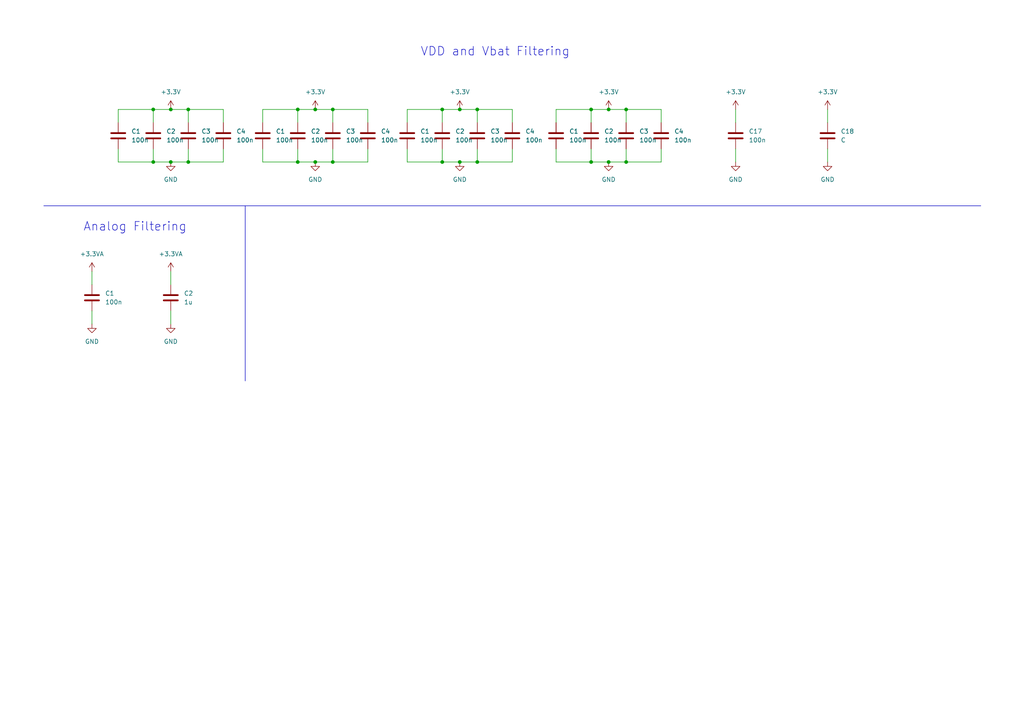
<source format=kicad_sch>
(kicad_sch (version 20230121) (generator eeschema)
  (paper "A4")
  (lib_symbols
    (symbol "Device:C" (pin_numbers hide) (pin_names (offset 0.254))
      (property "Reference" "C" (at 0.635 2.54 0))
      (property "Value" "C" (at 0.635 -2.54 0))
      (symbol "C_0_1"
        (polyline (pts (xy -2.032 -0.762) (xy 2.032 -0.762)) (stroke (width 0.508)))
        (polyline (pts (xy -2.032 0.762) (xy 2.032 0.762)) (stroke (width 0.508)))
      )
      (symbol "C_1_1"
        (pin passive line (at 0 3.81 270) (length 2.794) (name "~") (number "1"))
        (pin passive line (at 0 -3.81 90) (length 2.794) (name "~") (number "2"))
      )
    )
    (symbol "power:+3.3V" (power) (pin_names (offset 0))
      (property "Value" "+3.3V" (at 0 3.556 0))
      (symbol "+3.3V_0_1"
        (polyline (pts (xy -0.762 1.27) (xy 0 2.54)))
        (polyline (pts (xy 0 0) (xy 0 2.54)))
        (polyline (pts (xy 0 2.54) (xy 0.762 1.27)))
      )
      (symbol "+3.3V_1_1"
        (pin power_in line (at 0 0 90) (length 0) hide (name "+3.3V") (number "1"))
      )
    )
    (symbol "power:+3.3VA" (power) (pin_names (offset 0))
      (property "Value" "+3.3VA" (at 0 3.556 0))
      (symbol "+3.3VA_0_1"
        (polyline (pts (xy -0.762 1.27) (xy 0 2.54)))
        (polyline (pts (xy 0 0) (xy 0 2.54)))
        (polyline (pts (xy 0 2.54) (xy 0.762 1.27)))
      )
      (symbol "+3.3VA_1_1"
        (pin power_in line (at 0 0 90) (length 0) hide (name "+3.3VA") (number "1"))
      )
    )
    (symbol "power:GND" (power) (pin_names (offset 0))
      (property "Value" "GND" (at 0 -3.81 0))
      (symbol "GND_0_1"
        (polyline (pts (xy 0 0) (xy 0 -1.27) (xy 1.27 -1.27) (xy 0 -2.54) (xy -1.27 -1.27) (xy 0 -1.27)))
      )
      (symbol "GND_1_1"
        (pin power_in line (at 0 0 270) (length 0) hide (name "GND") (number "1"))
      )
    )
  )
  (junction (at 96.52 46.99))
  (junction (at 91.44 31.75))
  (junction (at 171.45 31.75))
  (junction (at 128.27 46.99))
  (junction (at 171.45 46.99))
  (junction (at 44.45 46.99))
  (junction (at 91.44 46.99))
  (junction (at 96.52 31.75))
  (junction (at 138.43 31.75))
  (junction (at 181.61 46.99))
  (junction (at 176.53 46.99))
  (junction (at 133.35 46.99))
  (junction (at 86.36 31.75))
  (junction (at 138.43 46.99))
  (junction (at 49.53 46.99))
  (junction (at 176.53 31.75))
  (junction (at 44.45 31.75))
  (junction (at 86.36 46.99))
  (junction (at 181.61 31.75))
  (junction (at 54.61 31.75))
  (junction (at 54.61 46.99))
  (junction (at 49.53 31.75))
  (junction (at 133.35 31.75))
  (junction (at 128.27 31.75))
  (wire (pts (xy 76.2 46.99) (xy 86.36 46.99)))
  (wire (pts (xy 54.61 31.75) (xy 64.77 31.75)))
  (wire (pts (xy 181.61 31.75) (xy 181.61 35.56)))
  (wire (pts (xy 133.35 31.75) (xy 138.43 31.75)))
  (wire (pts (xy 161.29 43.18) (xy 161.29 46.99)))
  (wire (pts (xy 171.45 46.99) (xy 176.53 46.99)))
  (wire (pts (xy 191.77 46.99) (xy 191.77 43.18)))
  (wire (pts (xy 161.29 46.99) (xy 171.45 46.99)))
  (wire (pts (xy 240.03 43.18) (xy 240.03 46.99)))
  (wire (pts (xy 86.36 31.75) (xy 86.36 35.56)))
  (wire (pts (xy 118.11 31.75) (xy 128.27 31.75)))
  (wire (pts (xy 96.52 31.75) (xy 106.68 31.75)))
  (wire (pts (xy 118.11 35.56) (xy 118.11 31.75)))
  (wire (pts (xy 49.53 46.99) (xy 54.61 46.99)))
  (wire (pts (xy 34.29 43.18) (xy 34.29 46.99)))
  (wire (pts (xy 91.44 46.99) (xy 96.52 46.99)))
  (wire (pts (xy 181.61 43.18) (xy 181.61 46.99)))
  (wire (pts (xy 213.36 31.75) (xy 213.36 35.56)))
  (wire (pts (xy 44.45 31.75) (xy 49.53 31.75)))
  (polyline (pts (xy 12.7 59.69) (xy 284.48 59.69)))
  (wire (pts (xy 49.53 31.75) (xy 54.61 31.75)))
  (wire (pts (xy 138.43 43.18) (xy 138.43 46.99)))
  (wire (pts (xy 96.52 43.18) (xy 96.52 46.99)))
  (wire (pts (xy 148.59 31.75) (xy 148.59 35.56)))
  (wire (pts (xy 191.77 31.75) (xy 191.77 35.56)))
  (wire (pts (xy 76.2 43.18) (xy 76.2 46.99)))
  (wire (pts (xy 91.44 31.75) (xy 96.52 31.75)))
  (wire (pts (xy 240.03 31.75) (xy 240.03 35.56)))
  (wire (pts (xy 171.45 43.18) (xy 171.45 46.99)))
  (wire (pts (xy 44.45 46.99) (xy 49.53 46.99)))
  (wire (pts (xy 161.29 35.56) (xy 161.29 31.75)))
  (wire (pts (xy 118.11 43.18) (xy 118.11 46.99)))
  (wire (pts (xy 54.61 46.99) (xy 64.77 46.99)))
  (wire (pts (xy 34.29 46.99) (xy 44.45 46.99)))
  (wire (pts (xy 26.67 78.74) (xy 26.67 82.55)))
  (wire (pts (xy 86.36 31.75) (xy 91.44 31.75)))
  (wire (pts (xy 64.77 31.75) (xy 64.77 35.56)))
  (wire (pts (xy 54.61 31.75) (xy 54.61 35.56)))
  (wire (pts (xy 54.61 43.18) (xy 54.61 46.99)))
  (wire (pts (xy 49.53 78.74) (xy 49.53 82.55)))
  (wire (pts (xy 128.27 46.99) (xy 133.35 46.99)))
  (wire (pts (xy 128.27 43.18) (xy 128.27 46.99)))
  (wire (pts (xy 76.2 31.75) (xy 86.36 31.75)))
  (wire (pts (xy 106.68 31.75) (xy 106.68 35.56)))
  (wire (pts (xy 49.53 90.17) (xy 49.53 93.98)))
  (wire (pts (xy 128.27 31.75) (xy 128.27 35.56)))
  (wire (pts (xy 96.52 46.99) (xy 106.68 46.99)))
  (wire (pts (xy 181.61 46.99) (xy 191.77 46.99)))
  (wire (pts (xy 128.27 31.75) (xy 133.35 31.75)))
  (wire (pts (xy 171.45 31.75) (xy 171.45 35.56)))
  (wire (pts (xy 44.45 43.18) (xy 44.45 46.99)))
  (wire (pts (xy 96.52 31.75) (xy 96.52 35.56)))
  (wire (pts (xy 26.67 90.17) (xy 26.67 93.98)))
  (wire (pts (xy 161.29 31.75) (xy 171.45 31.75)))
  (wire (pts (xy 181.61 31.75) (xy 191.77 31.75)))
  (wire (pts (xy 106.68 46.99) (xy 106.68 43.18)))
  (wire (pts (xy 176.53 46.99) (xy 181.61 46.99)))
  (wire (pts (xy 86.36 43.18) (xy 86.36 46.99)))
  (wire (pts (xy 118.11 46.99) (xy 128.27 46.99)))
  (wire (pts (xy 133.35 46.99) (xy 138.43 46.99)))
  (wire (pts (xy 44.45 31.75) (xy 44.45 35.56)))
  (wire (pts (xy 213.36 43.18) (xy 213.36 46.99)))
  (wire (pts (xy 64.77 46.99) (xy 64.77 43.18)))
  (wire (pts (xy 171.45 31.75) (xy 176.53 31.75)))
  (wire (pts (xy 86.36 46.99) (xy 91.44 46.99)))
  (wire (pts (xy 34.29 35.56) (xy 34.29 31.75)))
  (polyline (pts (xy 71.12 59.69) (xy 71.12 110.49)))
  (wire (pts (xy 176.53 31.75) (xy 181.61 31.75)))
  (wire (pts (xy 34.29 31.75) (xy 44.45 31.75)))
  (wire (pts (xy 138.43 31.75) (xy 138.43 35.56)))
  (wire (pts (xy 148.59 46.99) (xy 148.59 43.18)))
  (wire (pts (xy 138.43 46.99) (xy 148.59 46.99)))
  (wire (pts (xy 138.43 31.75) (xy 148.59 31.75)))
  (wire (pts (xy 76.2 35.56) (xy 76.2 31.75)))
  (text "Analog Filtering" (at 24.13 67.31 0) (effects (font (size 2.5 2.5)) (justify left bottom)))
  (text "VDD and Vbat Filtering" (at 121.92 16.51 0) (effects (font (size 2.5 2.5)) (justify left bottom)))
  (symbol (lib_id "power:+3.3V") (at 176.53 31.75 0) (unit 1)
    (property "Reference" "#PWR010" (effects hide))
    (property "Value" "+3.3V" (at 176.53 26.67 0))
  )
  (symbol (lib_id "power:GND") (at 213.36 46.99 0) (unit 1)
    (property "Reference" "#PWR014" (effects hide))
    (property "Value" "GND" (at 213.36 52.07 0))
  )
  (symbol (lib_id "power:GND") (at 26.67 93.98 0) (unit 1)
    (property "Reference" "#PWR018" (effects hide))
    (property "Value" "GND" (at 26.67 99.06 0))
  )
  (symbol (lib_id "power:+3.3VA") (at 26.67 78.74 0) (unit 1)
    (property "Reference" "#PWR016" (effects hide))
    (property "Value" "+3.3VA" (at 26.67 73.66 0))
  )
  (symbol (lib_id "Device:C") (at 138.43 39.37 0) (unit 1)
    (property "Reference" "C3" (at 142.24 38.1 0) (effects (justify left)))
    (property "Value" "100n" (at 142.24 40.64 0) (effects (justify left)))
    (property "Footprint" "Capacitor_SMD:C_0603_1608Metric_Pad1.08x0.95mm_HandSolder" (effects hide))
    (instances (project "rev2" (path "" (reference "C3") (unit 1)) (path "" (reference "C11") (unit 1))))
  )
  (symbol (lib_id "Device:C") (at 64.77 39.37 0) (unit 1)
    (property "Reference" "C4" (at 68.58 38.1 0) (effects (justify left)))
    (property "Value" "100n" (at 68.58 40.64 0) (effects (justify left)))
    (property "Footprint" "Capacitor_SMD:C_0603_1608Metric_Pad1.08x0.95mm_HandSolder" (effects hide))
  )
  (symbol (lib_id "Device:C") (at 181.61 39.37 0) (unit 1)
    (property "Reference" "C3" (at 185.42 38.1 0) (effects (justify left)))
    (property "Value" "100n" (at 185.42 40.64 0) (effects (justify left)))
    (property "Footprint" "Capacitor_SMD:C_0603_1608Metric_Pad1.08x0.95mm_HandSolder" (effects hide))
    (instances (project "rev2" (path "" (reference "C3") (unit 1)) (path "" (reference "C15") (unit 1))))
  )
  (symbol (lib_id "Device:C") (at 96.52 39.37 0) (unit 1)
    (property "Reference" "C3" (at 100.33 38.1 0) (effects (justify left)))
    (property "Value" "100n" (at 100.33 40.64 0) (effects (justify left)))
    (property "Footprint" "Capacitor_SMD:C_0603_1608Metric_Pad1.08x0.95mm_HandSolder" (effects hide))
    (instances (project "rev2" (path "" (reference "C3") (unit 1)) (path "" (reference "C7") (unit 1))))
  )
  (symbol (lib_id "Device:C") (at 76.2 39.37 0) (unit 1)
    (property "Reference" "C1" (at 80.01 38.1 0) (effects (justify left)))
    (property "Value" "100n" (at 80.01 40.64 0) (effects (justify left)))
    (property "Footprint" "Capacitor_SMD:C_0603_1608Metric_Pad1.08x0.95mm_HandSolder" (effects hide))
    (instances (project "rev2" (path "" (reference "C1") (unit 1)) (path "" (reference "C5") (unit 1))))
  )
  (symbol (lib_id "Device:C") (at 49.53 86.36 0) (unit 1)
    (property "Reference" "C2" (at 53.34 85.09 0) (effects (justify left)))
    (property "Value" "1u" (at 53.34 87.63 0) (effects (justify left)))
    (property "Footprint" "Capacitor_SMD:C_0603_1608Metric_Pad1.08x0.95mm_HandSolder" (effects hide))
    (instances (project "rev2" (path "" (reference "C2") (unit 1)) (path "" (reference "C20") (unit 1))))
  )
  (symbol (lib_id "Device:C") (at 26.67 86.36 0) (unit 1)
    (property "Reference" "C1" (at 30.48 85.09 0) (effects (justify left)))
    (property "Value" "100n" (at 30.48 87.63 0) (effects (justify left)))
    (property "Footprint" "Capacitor_SMD:C_0603_1608Metric_Pad1.08x0.95mm_HandSolder" (effects hide))
    (instances (project "rev2" (path "" (reference "C1") (unit 1)) (path "" (reference "C19") (unit 1))))
  )
  (symbol (lib_id "power:+3.3VA") (at 49.53 78.74 0) (unit 1)
    (property "Reference" "#PWR017" (effects hide))
    (property "Value" "+3.3VA" (at 49.53 73.66 0))
  )
  (symbol (lib_id "Device:C") (at 128.27 39.37 0) (unit 1)
    (property "Reference" "C2" (at 132.08 38.1 0) (effects (justify left)))
    (property "Value" "100n" (at 132.08 40.64 0) (effects (justify left)))
    (property "Footprint" "Capacitor_SMD:C_0603_1608Metric_Pad1.08x0.95mm_HandSolder" (effects hide))
    (instances (project "rev2" (path "" (reference "C2") (unit 1)) (path "" (reference "C10") (unit 1))))
  )
  (symbol (lib_id "Device:C") (at 106.68 39.37 0) (unit 1)
    (property "Reference" "C4" (at 110.49 38.1 0) (effects (justify left)))
    (property "Value" "100n" (at 110.49 40.64 0) (effects (justify left)))
    (property "Footprint" "Capacitor_SMD:C_0603_1608Metric_Pad1.08x0.95mm_HandSolder" (effects hide))
    (instances (project "rev2" (path "" (reference "C4") (unit 1)) (path "" (reference "C8") (unit 1))))
  )
  (symbol (lib_id "power:+3.3V") (at 213.36 31.75 0) (unit 1)
    (property "Reference" "#PWR012" (effects hide))
    (property "Value" "+3.3V" (at 213.36 26.67 0))
  )
  (symbol (lib_id "power:GND") (at 240.03 46.99 0) (unit 1)
    (property "Reference" "#PWR015" (effects hide))
    (property "Value" "GND" (at 240.03 52.07 0))
  )
  (symbol (lib_id "power:+3.3V") (at 91.44 31.75 0) (unit 1)
    (property "Reference" "#PWR06" (effects hide))
    (property "Value" "+3.3V" (at 91.44 26.67 0))
  )
  (symbol (lib_id "Device:C") (at 86.36 39.37 0) (unit 1)
    (property "Reference" "C2" (at 90.17 38.1 0) (effects (justify left)))
    (property "Value" "100n" (at 90.17 40.64 0) (effects (justify left)))
    (property "Footprint" "Capacitor_SMD:C_0603_1608Metric_Pad1.08x0.95mm_HandSolder" (effects hide))
    (instances (project "rev2" (path "" (reference "C2") (unit 1)) (path "" (reference "C6") (unit 1))))
  )
  (symbol (lib_id "power:GND") (at 91.44 46.99 0) (unit 1)
    (property "Reference" "#PWR07" (effects hide))
    (property "Value" "GND" (at 91.44 52.07 0))
  )
  (symbol (lib_id "Device:C") (at 118.11 39.37 0) (unit 1)
    (property "Reference" "C1" (at 121.92 38.1 0) (effects (justify left)))
    (property "Value" "100n" (at 121.92 40.64 0) (effects (justify left)))
    (property "Footprint" "Capacitor_SMD:C_0603_1608Metric_Pad1.08x0.95mm_HandSolder" (effects hide))
    (instances (project "rev2" (path "" (reference "C1") (unit 1)) (path "" (reference "C9") (unit 1))))
  )
  (symbol (lib_id "Device:C") (at 44.45 39.37 0) (unit 1)
    (property "Reference" "C2" (at 48.26 38.1 0) (effects (justify left)))
    (property "Value" "100n" (at 48.26 40.64 0) (effects (justify left)))
    (property "Footprint" "Capacitor_SMD:C_0603_1608Metric_Pad1.08x0.95mm_HandSolder" (effects hide))
  )
  (symbol (lib_id "Device:C") (at 240.03 39.37 0) (unit 1)
    (property "Reference" "C18" (at 243.84 38.1 0) (effects (justify left)))
    (property "Value" "C" (at 243.84 40.64 0) (effects (justify left)))
    (property "Footprint" "Capacitor_SMD:C_0603_1608Metric_Pad1.08x0.95mm_HandSolder" (effects hide))
  )
  (symbol (lib_id "Device:C") (at 34.29 39.37 0) (unit 1)
    (property "Reference" "C1" (at 38.1 38.1 0) (effects (justify left)))
    (property "Value" "100n" (at 38.1 40.64 0) (effects (justify left)))
    (property "Footprint" "Capacitor_SMD:C_0603_1608Metric_Pad1.08x0.95mm_HandSolder" (effects hide))
  )
  (symbol (lib_id "power:+3.3V") (at 133.35 31.75 0) (unit 1)
    (property "Reference" "#PWR08" (effects hide))
    (property "Value" "+3.3V" (at 133.35 26.67 0))
  )
  (symbol (lib_id "power:GND") (at 49.53 46.99 0) (unit 1)
    (property "Reference" "#PWR05" (effects hide))
    (property "Value" "GND" (at 49.53 52.07 0))
  )
  (symbol (lib_id "Device:C") (at 54.61 39.37 0) (unit 1)
    (property "Reference" "C3" (at 58.42 38.1 0) (effects (justify left)))
    (property "Value" "100n" (at 58.42 40.64 0) (effects (justify left)))
    (property "Footprint" "Capacitor_SMD:C_0603_1608Metric_Pad1.08x0.95mm_HandSolder" (effects hide))
  )
  (symbol (lib_id "power:GND") (at 133.35 46.99 0) (unit 1)
    (property "Reference" "#PWR09" (effects hide))
    (property "Value" "GND" (at 133.35 52.07 0))
  )
  (symbol (lib_id "power:+3.3V") (at 240.03 31.75 0) (unit 1)
    (property "Reference" "#PWR013" (effects hide))
    (property "Value" "+3.3V" (at 240.03 26.67 0))
  )
  (symbol (lib_id "Device:C") (at 213.36 39.37 0) (unit 1)
    (property "Reference" "C17" (at 217.17 38.1 0) (effects (justify left)))
    (property "Value" "100n" (at 217.17 40.64 0) (effects (justify left)))
    (property "Footprint" "Capacitor_SMD:C_0603_1608Metric_Pad1.08x0.95mm_HandSolder" (effects hide))
  )
  (symbol (lib_id "Device:C") (at 191.77 39.37 0) (unit 1)
    (property "Reference" "C4" (at 195.58 38.1 0) (effects (justify left)))
    (property "Value" "100n" (at 195.58 40.64 0) (effects (justify left)))
    (property "Footprint" "Capacitor_SMD:C_0603_1608Metric_Pad1.08x0.95mm_HandSolder" (effects hide))
    (instances (project "rev2" (path "" (reference "C4") (unit 1)) (path "" (reference "C16") (unit 1))))
  )
  (symbol (lib_id "power:GND") (at 49.53 93.98 0) (unit 1)
    (property "Reference" "#PWR019" (effects hide))
    (property "Value" "GND" (at 49.53 99.06 0))
  )
  (symbol (lib_id "power:+3.3V") (at 49.53 31.75 0) (unit 1)
    (property "Reference" "#PWR04" (effects hide))
    (property "Value" "+3.3V" (at 49.53 26.67 0))
  )
  (symbol (lib_id "Device:C") (at 171.45 39.37 0) (unit 1)
    (property "Reference" "C2" (at 175.26 38.1 0) (effects (justify left)))
    (property "Value" "100n" (at 175.26 40.64 0) (effects (justify left)))
    (property "Footprint" "Capacitor_SMD:C_0603_1608Metric_Pad1.08x0.95mm_HandSolder" (effects hide))
    (instances (project "rev2" (path "" (reference "C2") (unit 1)) (path "" (reference "C14") (unit 1))))
  )
  (symbol (lib_id "Device:C") (at 161.29 39.37 0) (unit 1)
    (property "Reference" "C1" (at 165.1 38.1 0) (effects (justify left)))
    (property "Value" "100n" (at 165.1 40.64 0) (effects (justify left)))
    (property "Footprint" "Capacitor_SMD:C_0603_1608Metric_Pad1.08x0.95mm_HandSolder" (effects hide))
    (instances (project "rev2" (path "" (reference "C1") (unit 1)) (path "" (reference "C13") (unit 1))))
  )
  (symbol (lib_id "power:GND") (at 176.53 46.99 0) (unit 1)
    (property "Reference" "#PWR011" (effects hide))
    (property "Value" "GND" (at 176.53 52.07 0))
  )
  (symbol (lib_id "Device:C") (at 148.59 39.37 0) (unit 1)
    (property "Reference" "C4" (at 152.4 38.1 0) (effects (justify left)))
    (property "Value" "100n" (at 152.4 40.64 0) (effects (justify left)))
    (property "Footprint" "Capacitor_SMD:C_0603_1608Metric_Pad1.08x0.95mm_HandSolder" (effects hide))
    (instances (project "rev2" (path "" (reference "C4") (unit 1)) (path "" (reference "C12") (unit 1))))
  )
)
</source>
